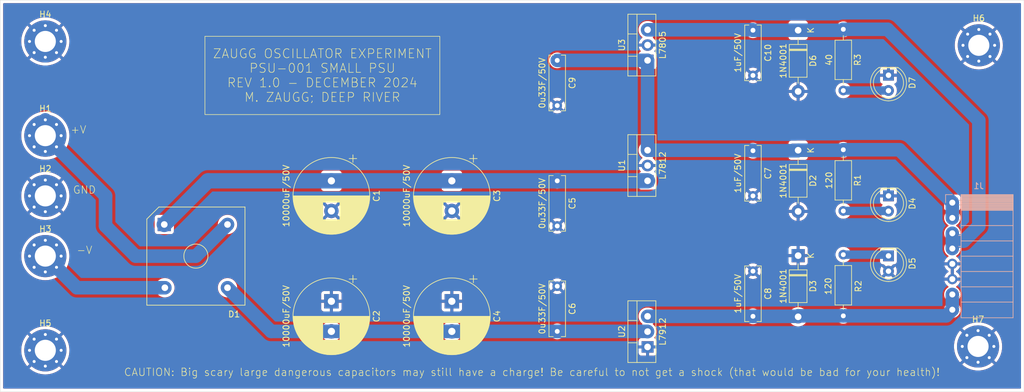
<source format=kicad_pcb>
(kicad_pcb
	(version 20240108)
	(generator "pcbnew")
	(generator_version "8.0")
	(general
		(thickness 1.6)
		(legacy_teardrops no)
	)
	(paper "A4")
	(title_block
		(title "Small PSU")
		(date "2024-12-15")
		(rev "1.0")
		(comment 1 "ZOE Module: PSU-001")
	)
	(layers
		(0 "F.Cu" signal)
		(31 "B.Cu" signal)
		(32 "B.Adhes" user "B.Adhesive")
		(33 "F.Adhes" user "F.Adhesive")
		(34 "B.Paste" user)
		(35 "F.Paste" user)
		(36 "B.SilkS" user "B.Silkscreen")
		(37 "F.SilkS" user "F.Silkscreen")
		(38 "B.Mask" user)
		(39 "F.Mask" user)
		(40 "Dwgs.User" user "User.Drawings")
		(41 "Cmts.User" user "User.Comments")
		(42 "Eco1.User" user "User.Eco1")
		(43 "Eco2.User" user "User.Eco2")
		(44 "Edge.Cuts" user)
		(45 "Margin" user)
		(46 "B.CrtYd" user "B.Courtyard")
		(47 "F.CrtYd" user "F.Courtyard")
		(48 "B.Fab" user)
		(49 "F.Fab" user)
		(50 "User.1" user)
		(51 "User.2" user)
		(52 "User.3" user)
		(53 "User.4" user)
		(54 "User.5" user)
		(55 "User.6" user)
		(56 "User.7" user)
		(57 "User.8" user)
		(58 "User.9" user)
	)
	(setup
		(pad_to_mask_clearance 0)
		(allow_soldermask_bridges_in_footprints no)
		(pcbplotparams
			(layerselection 0x00010fc_ffffffff)
			(plot_on_all_layers_selection 0x0000000_00000000)
			(disableapertmacros no)
			(usegerberextensions no)
			(usegerberattributes yes)
			(usegerberadvancedattributes yes)
			(creategerberjobfile yes)
			(dashed_line_dash_ratio 12.000000)
			(dashed_line_gap_ratio 3.000000)
			(svgprecision 4)
			(plotframeref no)
			(viasonmask no)
			(mode 1)
			(useauxorigin no)
			(hpglpennumber 1)
			(hpglpenspeed 20)
			(hpglpendiameter 15.000000)
			(pdf_front_fp_property_popups yes)
			(pdf_back_fp_property_popups yes)
			(dxfpolygonmode yes)
			(dxfimperialunits yes)
			(dxfusepcbnewfont yes)
			(psnegative no)
			(psa4output no)
			(plotreference yes)
			(plotvalue yes)
			(plotfptext yes)
			(plotinvisibletext no)
			(sketchpadsonfab no)
			(subtractmaskfromsilk no)
			(outputformat 1)
			(mirror no)
			(drillshape 0)
			(scaleselection 1)
			(outputdirectory "Outputs/")
		)
	)
	(net 0 "")
	(net 1 "GND")
	(net 2 "Net-(D1-+)")
	(net 3 "/+12V")
	(net 4 "/-12V")
	(net 5 "/+5V")
	(net 6 "Net-(D1--)")
	(net 7 "/-14Vac")
	(net 8 "/+14Vac")
	(net 9 "Net-(D4-A)")
	(net 10 "Net-(D7-A)")
	(net 11 "Net-(D5-K)")
	(footprint "Diode_THT:D_DO-41_SOD81_P10.16mm_Horizontal" (layer "F.Cu") (at 199.5 28.5 -90))
	(footprint "Diode_THT:D_DO-41_SOD81_P10.16mm_Horizontal" (layer "F.Cu") (at 199.5 48.42 -90))
	(footprint "Diode_THT:D_DO-41_SOD81_P10.16mm_Horizontal" (layer "F.Cu") (at 199.5 65.92 -90))
	(footprint "MountingHole:MountingHole_3.5mm_Pad_Via" (layer "F.Cu") (at 74.5 46))
	(footprint "LED_THT:LED_D5.0mm" (layer "F.Cu") (at 214.5 35.96 -90))
	(footprint "MountingHole:MountingHole_3.5mm_Pad_Via" (layer "F.Cu") (at 229.375 81))
	(footprint "Capacitor_THT:C_Rect_L9.0mm_W2.5mm_P7.50mm_MKT" (layer "F.Cu") (at 159.5 53.5 -90))
	(footprint "Resistor_THT:R_Axial_DIN0207_L6.3mm_D2.5mm_P10.16mm_Horizontal" (layer "F.Cu") (at 207 28.34 -90))
	(footprint "Capacitor_THT:CP_Radial_D12.5mm_P5.00mm" (layer "F.Cu") (at 122 53.5 -90))
	(footprint "LED_THT:LED_D5.0mm" (layer "F.Cu") (at 214.5 56 -90))
	(footprint "Package_TO_SOT_THT:TO-220-3_Vertical" (layer "F.Cu") (at 174.5 81.08 90))
	(footprint "Capacitor_THT:CP_Radial_D12.5mm_P5.00mm" (layer "F.Cu") (at 142 53.5 -90))
	(footprint "Resistor_THT:R_Axial_DIN0207_L6.3mm_D2.5mm_P10.16mm_Horizontal" (layer "F.Cu") (at 207 48.34 -90))
	(footprint "Capacitor_THT:C_Rect_L9.0mm_W2.5mm_P7.50mm_MKT" (layer "F.Cu") (at 159.5 71 -90))
	(footprint "Package_TO_SOT_THT:TO-220-3_Vertical" (layer "F.Cu") (at 174.5 33.5 90))
	(footprint "LED_THT:LED_D5.0mm" (layer "F.Cu") (at 214.5 65.96 -90))
	(footprint "MountingHole:MountingHole_3.5mm_Pad_Via" (layer "F.Cu") (at 74.5 30.356155))
	(footprint "MountingHole:MountingHole_3.5mm_Pad_Via" (layer "F.Cu") (at 74.5 66))
	(footprint "Capacitor_THT:C_Rect_L9.0mm_W2.5mm_P7.50mm_MKT" (layer "F.Cu") (at 192 68.5 -90))
	(footprint "Package_TO_SOT_THT:TO-220-3_Vertical" (layer "F.Cu") (at 174.5 53.5 90))
	(footprint "Capacitor_THT:C_Rect_L9.0mm_W2.5mm_P7.50mm_MKT" (layer "F.Cu") (at 192 28.5 -90))
	(footprint "Diode_THT:Diode_Bridge_Vishay_KBPC1"
		(layer "F.Cu")
		(uuid "d4b907da-ae1f-4c21-9eb5-b422b43ebd92")
		(at 94.25 60.75)
		(descr "Single phase bridge rectifier case KBPC1, see http://www.vishay.com/docs/93585/vs-kbpc1series.pdf")
		(tags "Diode Bridge")
		(property "Reference" "D1"
			(at 11.6 14.9 180)
			(layer "F.SilkS")
			(uuid "97ed9de3-0674-4eb5-8139-e03eab2514b2")
			(effects
				(font
					(size 1 1)
					(thickness 0.15)
				)
			)
		)
		(property "Value" "VS-KBPC101"
			(at 5.35 -4.35 180)
			(layer "F.Fab")
			(uuid "a4e4605d-c8b0-48eb-9b7e-a08759a3d56f")
			(effects
				(font
					(size 1 1)
					(thickness 0.15)
				)
			)
		)
		(property "Footprint" "Diode_THT:Diode_Bridge_Vishay_KBPC1"
			(at 0 0 0)
			(unlocked yes)
			(layer "F.Fab")
			(hide yes)
			(uuid "f995c783-2960-4327-aff2-4579d7192d43")
			(effects
				(font
					(size 1.27 1.27)
					(thickness 0.15)
				)
			)
		)
		(property "Datasheet" "http://www.vishay.com/docs/93585/vs-kbpc1series.pdf"
			(at 0 0 0)
			(unlocked yes)
			(layer "F.Fab")
			(hide yes)
			(uuid "2a42eb4b-fba5-4fa6-b4da-55e9910bd45a")
			(effects
				(font
					(size 1.27 1.27)
					(thickness 0.15)
				)
			)
		)
		(property "Description" "Single-Phase Bridge Rectifier, 40V Vrms, 3.0A If, KBPC1 package"
			(at 0 0 0)
			(unlocked yes)
			(layer "F.Fab")
			(hide yes)
			(uuid "29fa2e11-422c-4710-9984-fb959e4b48e8")
			(effects
				(font
					(size 1.27 1.27)
					(thickness 0.15)
				)
			)
		)
		(property ki_fp_filters "D*Bridge*Vishay*KBPC1*")
		(path "/b1a72a47-43da-4b2a-a200-de0e2545756b")
		(sheetname "Root")
		(sheetfile "SmallPSU.kicad_sch")
		(attr through_hole)
		(fp_line
			(start -2.9 -0.9)
			(end -2.9 13.4)
			(stroke
				(width 0.12)
				(type solid)
			)
			(layer "F.SilkS")
			(uuid "3d4eb2d4-f2e3-497b-8351-f760e3f3b377")
		)
		(fp_line
			(start -2.9 13.4)
			(end 13.4 13.4)
			(stroke
				(width 0.12)
				(type solid)
			)
			(layer "F.SilkS")
			(uuid "72c4fa45-a944-4e43-bb3b-a2bd8a55022d")
		)
		(fp_line
			(start -0.9 -2.9)
			(end -2.9 -0.9)
			(stroke
				(width 0.12)
				(type solid)
			)
			(layer "F.SilkS")
			(uuid "aae3cc5e-9f3a-4d65-b428-ee69c51940b6")
		)
		(fp_line
			(start 13.4 -2.9)
			(end -0.9 -2.9)
			(stroke
				(width 0.12)
				(type solid)
			)
			(layer "F.SilkS")
			(uuid "6b8e4f8f-6813-4152-953d-3d487fd0a01f")
		)
		(fp_line
			(start 13.4 13.4)
			(end 13.4 -2.9)
			(stroke
				(width 0.12)
				(type solid)
			)
			(layer "F.SilkS")
			(uuid "26b0fb0b-0512-4844-84c2-0969a7fdb556")
		)
		(fp_circle
			(center 5.25 5.25)
			(end 5.25 7.25)
			(stroke
				(width 0.12)
				(type solid)
			)
			(fill none)
			(layer "F.SilkS")
			(uuid "2bbcbae9-a518-4a1a-b025-7546321c30d6")
		)
		(fp_line
			(start -3.1 -1)
			(end -1 -3.1)
			(stroke
				(width 0.05)
				(type solid)
			)
			(layer "F.CrtYd")
			(uuid "db7965b0-f8e2-468c-a2d6-c0eaa797d95b")
		)
		(fp_line
			(start -3.1 13.6)
			(end -3.1 -1)
			(stroke
				(width 0.05)
				(type solid)
			)
			(layer "F.CrtYd")
			(uuid "e5a212ce-6bc5-4a56-81b3-1173071d2166")
		)
		(fp_line
			(start -1 -3.1)
			(end 13.6 -3.1)
			(stroke
				(width 0.05)
				(type solid)
			)
			(layer "F.CrtYd")
			(uuid "a2acea8c-2b31-4768-99e5-a8ccc93acf8f")
		)
		(fp_line
			(start 13.6 -3.1)
			(end 13.6 13.6)
			(stroke
				(width 0.05)
				(type solid)
			)
			(layer "F.CrtYd")
			(uuid "7e7c7977-5814-4475-8c8a-0173d1816cb5")
		)
		(fp_line
			(start 13.6 13.6)
			(end -3.1 13.6)
			(stroke
				(width 0.05)
				(type solid)
			)
			(layer "F.CrtYd")
			(uuid "920f7d5b-650b-4958-80a2-70b05e81cb05")
		)
		(fp_line
			(start -2.85 -0.85)
			(end -0.85 -2.85)
			(stroke
				(width 0.12)
				(type solid)
			)
			(layer "F.Fab")
			(uuid "99521713-f6b3-42e2-9a8c-8ab15302b966")
		)
		(fp_line
			(start -2.85 13.35)
			(end -2.85 -0.85)
			(stroke
				(width 0.12)
				(type solid)
			)
			(layer "F.Fab")
			(uuid "9e71acd6-6e66-4289-8daa-1568791097f1")
		)
		(fp_line
			(start -0.85 -2.85)
			(end 13.35 -2.85)
			(stroke
				(width 0.12)
				(type solid)
			)
			(layer "F.Fab")
			(uuid "81541922-27b4-4e22-b30c-2e0e8e62eefe")
		)
		(fp_line
			(start 13.35 -2.85)
			(end 13.35 13.35)
			(stroke
				(width 0.12)
				(type solid)
			)
			(layer "F.Fab")
			(uuid "342f020f-2188-4817-96e5-ccbf8a118bd6")
		)
		(fp_line
			(start 13.35 13.35)
			(end -2.85 13.35)
			(stroke
				(width 0.12)
				(type solid)
			)
			(layer "F.Fab")
			(uuid "9e7b6676-ac23-418a-97fe-483a68912dc7")
		)
		(fp_text user "${REFERENCE}"
			(at 5.2 5.415 180)
			(layer "F.Fab")
			(uuid "9c504cd7-9a68-434e-9f89-223fbdd89ec8")
			(effects
				(font
					(size 1 1)
					(thickness 0.15)
				)
			)
		)
		(pad "1" thru_hole rect
			(at 0 0)
			(size 2.2 2.2)
			(drill 1.1)
			(layers
... [352978 chars truncated]
</source>
